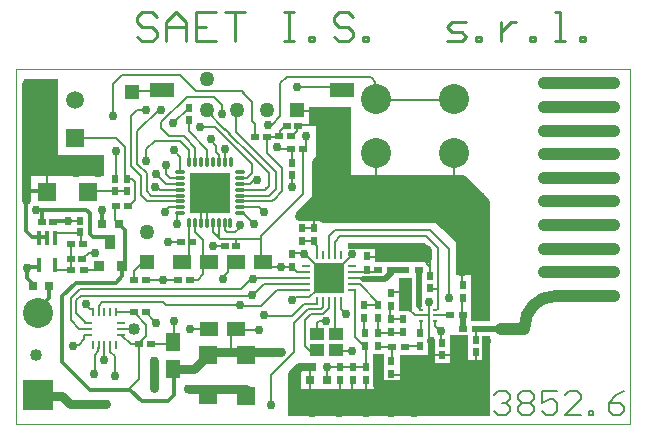
<source format=gtl>
*%FSLAX24Y24*%
*%MOIN*%
G01*
%ADD11C,0.0010*%
%ADD12C,0.0020*%
%ADD13C,0.0039*%
%ADD14C,0.0073*%
%ADD15C,0.0079*%
%ADD16C,0.0100*%
%ADD17O,0.0110X0.0394*%
%ADD18C,0.0118*%
%ADD19C,0.0120*%
%ADD20O,0.0150X0.0434*%
%ADD21C,0.0197*%
%ADD22C,0.0295*%
%ADD23C,0.0295*%
%ADD24C,0.0300*%
%ADD25C,0.0340*%
%ADD26C,0.0350*%
%ADD27C,0.0354*%
%ADD28C,0.0394*%
%ADD29O,0.0394X0.0110*%
%ADD30C,0.0394*%
%ADD31C,0.0394*%
%ADD32C,0.0400*%
%ADD33O,0.0434X0.0150*%
%ADD34C,0.0440*%
%ADD35C,0.0472*%
%ADD36C,0.0500*%
%ADD37C,0.0540*%
%ADD38C,0.0554*%
%ADD39C,0.0591*%
%ADD40C,0.0594*%
%ADD41C,0.0594*%
%ADD42C,0.0600*%
%ADD43C,0.0631*%
%ADD44C,0.0672*%
%ADD45C,0.1000*%
%ADD46C,0.1040*%
%ADD47C,0.1063*%
%ADD48C,0.1263*%
%ADD49R,0.0020X0.0020*%
%ADD50R,0.0059X0.0059*%
%ADD51R,0.0098X0.0315*%
%ADD52R,0.0100X0.0100*%
%ADD53R,0.0110X0.0299*%
%ADD54R,0.0138X0.0500*%
%ADD55R,0.0138X0.0355*%
%ADD56R,0.0150X0.0339*%
%ADD57R,0.0157X0.0079*%
%ADD58R,0.0178X0.0540*%
%ADD59R,0.0197X0.0119*%
%ADD60R,0.0200X0.0200*%
%ADD61R,0.0200X0.0250*%
%ADD62R,0.0200X0.0287*%
%ADD63R,0.0240X0.0290*%
%ADD64R,0.0240X0.0327*%
%ADD65R,0.0250X0.0200*%
%ADD66R,0.0287X0.0200*%
%ADD67R,0.0290X0.0240*%
%ADD68R,0.0299X0.0110*%
%ADD69R,0.0300X0.0300*%
%ADD70R,0.0300X0.0300*%
%ADD71R,0.0315X0.0098*%
%ADD72R,0.0327X0.0240*%
%ADD73R,0.0339X0.0150*%
%ADD74R,0.0340X0.0340*%
%ADD75R,0.0355X0.0138*%
%ADD76R,0.0360X0.0360*%
%ADD77R,0.0360X0.0500*%
%ADD78R,0.0400X0.0400*%
%ADD79R,0.0400X0.0400*%
%ADD80R,0.0400X0.0540*%
%ADD81R,0.0472X0.0433*%
%ADD82R,0.0500X0.0500*%
%ADD83R,0.0500X0.0500*%
%ADD84R,0.0500X0.0600*%
%ADD85R,0.0512X0.0473*%
%ADD86R,0.0540X0.0540*%
%ADD87R,0.0540X0.0640*%
%ADD88R,0.0591X0.0591*%
%ADD89R,0.0600X0.0500*%
%ADD90R,0.0600X0.0600*%
%ADD91R,0.0600X0.0600*%
%ADD92R,0.0631X0.0631*%
%ADD93R,0.0640X0.0540*%
%ADD94R,0.0640X0.0640*%
%ADD95R,0.0700X0.0700*%
%ADD96R,0.0787X0.0472*%
%ADD97R,0.0800X0.0800*%
%ADD98R,0.0827X0.0512*%
%ADD99R,0.0900X0.0900*%
%ADD100R,0.1000X0.1000*%
%ADD101R,0.1000X0.1000*%
%ADD102R,0.1024X0.1024*%
%ADD103R,0.1040X0.1040*%
%ADD104R,0.1100X0.1100*%
%ADD105R,0.1200X0.1200*%
%ADD106R,0.1339X0.1358*%
%ADD107R,0.1400X0.1400*%
%ADD108R,0.1500X0.1500*%
%ADD109R,0.1800X0.1800*%
%ADD110R,0.2200X0.2200*%
%ADD111R,0.2300X0.2300*%
G54D11*
X89781Y74911D02*
X110263D01*
Y86722D01*
X89781D01*
Y74911D01*
X110253D02*
Y86722D01*
X102133D01*
G54D15*
X99072Y78267D02*
Y77293D01*
Y78267D02*
X99269Y78464D01*
X99240Y78435D02*
X99535Y78730D01*
X99535D02*
X99968D01*
X100027Y78789D01*
Y78986D01*
X100223Y78980D02*
Y78773D01*
X100017Y78566D01*
X99810D01*
X99623D01*
X99416Y78360D01*
Y77503D01*
X99702Y77218D01*
X99712Y77503D02*
X99672D01*
X99820Y77966D02*
Y78251D01*
X99899Y78330D01*
X100125D01*
X100420Y77986D02*
Y78930D01*
X100617Y78960D02*
Y78743D01*
X100804Y78556D01*
X101404Y78429D02*
Y77907D01*
X101109Y77799D02*
Y79364D01*
X100972Y79557D02*
X101247D01*
X101867Y78937D01*
X101847Y78871D02*
X101424D01*
X101847Y78448D02*
Y77946D01*
Y77927D02*
X102654D01*
X102684Y78399D02*
X102280D01*
Y78842D01*
X102300Y79295D02*
X102684D01*
X102861Y79117D01*
Y78743D01*
X103088Y78517D01*
X103540D01*
X103777D02*
X104278D01*
X104673Y78494D02*
Y79075D01*
X104673Y79517D02*
Y80256D01*
X104397Y82864D02*
Y83927D01*
X103599Y81362D02*
X104229Y80732D01*
X103599Y81362D02*
X100430D01*
X100223Y81155D01*
Y80545D01*
X100420Y80554D02*
Y80978D01*
X100588Y81145D01*
X101936D01*
X101916D02*
X103501D01*
X103492Y81141D02*
X103866Y80767D01*
Y80708D01*
Y78730D01*
X103777Y78320D02*
Y78153D01*
X103944Y77986D01*
X103964Y77972D02*
Y77618D01*
X103550Y77651D02*
Y77887D01*
Y78025D01*
Y78015D02*
Y78940D01*
X103196Y78812D02*
Y80023D01*
Y78812D02*
X103304Y78704D01*
X103294Y78310D02*
Y77927D01*
X103275Y77484D02*
X102822D01*
X102330Y77454D02*
X101857D01*
X101454Y77484D02*
Y76844D01*
Y76795D02*
X100154D01*
Y76322D01*
X100598Y76348D02*
Y75935D01*
X101011Y75886D02*
Y76338D01*
X101464Y76358D02*
Y75886D01*
X102320Y76539D02*
X102861D01*
X102330Y77021D02*
Y77434D01*
X101404Y77503D02*
X101109Y77799D01*
X100991Y77316D02*
X100440D01*
X99613Y76785D02*
Y76371D01*
X99594Y76338D02*
Y75767D01*
X98304Y75541D02*
Y76525D01*
X99072Y77293D01*
X98984Y78494D02*
X99397Y78907D01*
X99397Y78909D02*
X99810D01*
X99578Y79126D02*
X99783Y79330D01*
X99578Y79126D02*
X99243D01*
X99141D01*
X99031Y79016D01*
X98984Y78494D02*
X98905D01*
X98964D02*
X98029D01*
X97970Y78838D02*
X98492Y79360D01*
X98501Y79370D02*
X99446D01*
X99486Y79567D02*
X98078D01*
X97675Y79163D01*
X97694Y79173D02*
X91966D01*
X91808Y79016D01*
Y78592D01*
X92123Y78277D01*
X92163Y78071D02*
X91897D01*
X91621Y78346D01*
Y79084D01*
X91917Y79380D01*
X97291D01*
X97675Y79764D01*
X97665D02*
X98531D01*
X98580Y79764D02*
X98659D01*
X98619Y79764D02*
X98383D01*
X98600D02*
X99397D01*
X99466Y79964D02*
X99160D01*
X99052Y80072D01*
X99003Y80138D02*
X98186D01*
X97980Y80384D02*
Y81063D01*
X96602D01*
X96612D02*
X96484Y81191D01*
X96562Y81161D02*
Y81555D01*
X96759Y81525D02*
Y81368D01*
X96838Y81289D01*
X97104D01*
X97251Y81437D01*
Y81584D01*
X97360Y81929D02*
X97734Y81555D01*
X97783Y82116D02*
X97891D01*
X98039Y81968D01*
X98049Y81958D01*
X97783Y82116D02*
X97281D01*
X97291Y82313D02*
X98334D01*
X98344D01*
X98442Y82411D01*
X98403Y82372D02*
X98678Y82647D01*
Y83307D01*
Y83228D02*
Y83415D01*
X98157Y83937D01*
Y84035D01*
Y84045D02*
Y84478D01*
X98147D02*
X98570D01*
X98600Y84498D02*
Y84675D01*
X98767Y84842D01*
X99171D02*
Y84665D01*
X99013Y84508D01*
X98984Y84055D02*
X98492D01*
X98157Y84045D02*
Y84025D01*
X97822Y83937D02*
X97123Y84636D01*
Y85374D01*
X96651Y85206D02*
Y85561D01*
X96641Y85571D01*
X96405Y85807D01*
X96326D01*
X95844D01*
X95804Y85984D02*
X97291D01*
X97320D01*
X97389Y85915D01*
X97369Y85935D02*
X97665Y85640D01*
Y85521D01*
Y85010D01*
X97763Y84911D01*
Y84458D01*
X97724Y84035D02*
X98452Y83307D01*
Y83110D01*
Y83208D02*
Y82736D01*
X98255Y82539D01*
X98285Y82569D02*
X98226Y82510D01*
X97360D01*
X97409D02*
Y82519D01*
X97310Y82706D02*
X98098D01*
X98088D02*
X98216Y82834D01*
X98226Y82844D02*
Y83248D01*
X97547Y83927D01*
X97625Y83848D02*
X96907Y84567D01*
X96917Y84557D02*
X96759Y84714D01*
X96779Y84695D02*
X96119Y85354D01*
X95549Y85443D02*
X95027Y84921D01*
X94643Y84951D02*
X95499Y85807D01*
X96395D01*
X95804Y85984D02*
X95332Y86456D01*
X95273Y86516D01*
X93314D01*
X93039Y86240D01*
Y85138D01*
X93629Y85167D02*
X93836Y85374D01*
X94161D01*
X94584Y85384D02*
X93846Y84645D01*
Y84055D01*
Y84114D02*
Y83563D01*
X94151Y83258D01*
Y83090D01*
Y83208D02*
Y82657D01*
X94299Y82510D01*
X94988D01*
X94909D02*
X95263D01*
Y82706D02*
X94604D01*
X94486Y82825D01*
X94791Y82903D02*
X95175D01*
X95204Y83100D02*
X94938D01*
X94810Y83228D01*
Y83563D01*
X94476Y83218D02*
X94791Y82903D01*
X93964Y83149D02*
Y82618D01*
Y82657D02*
Y82529D01*
X94180Y82313D01*
X94948D01*
X94830D02*
X95204D01*
X95243Y82116D02*
X94909D01*
X94751Y81958D01*
X95175Y81909D02*
Y81545D01*
X95578D02*
Y80403D01*
X95598Y79704D02*
X95854D01*
X96031Y79882D01*
Y81043D01*
X95775Y81299D01*
Y81535D01*
X95972Y81614D02*
Y82047D01*
X96169Y82106D02*
Y81604D01*
X96366D02*
Y81309D01*
X96543Y81132D01*
X96562Y81122D02*
Y81269D01*
X96385Y80836D02*
X96769D01*
X97143Y80827D02*
Y81053D01*
X97980Y80964D02*
Y81161D01*
X99367Y82549D01*
Y82795D01*
Y82746D02*
Y84075D01*
X99456Y84055D02*
Y84429D01*
X99180Y84852D02*
X99988D01*
X99673Y85344D02*
X99092D01*
X98610Y85147D02*
Y85827D01*
Y85669D02*
Y86250D01*
X98826Y86466D01*
X98944D01*
X98866D02*
X99367D01*
X99249D02*
X101612D01*
X101661Y86417D01*
X101769Y86309D01*
Y85817D01*
Y85689D02*
X104397D01*
X106941Y78974D02*
X107161Y78754D01*
X105125Y78090D02*
Y77697D01*
X105135Y77303D02*
Y76830D01*
X104377Y77195D02*
X103728D01*
X104229Y79088D02*
Y80584D01*
Y80732D01*
X103600Y80708D02*
Y80433D01*
X103610Y80453D02*
Y79852D01*
Y80138D02*
X103364Y80384D01*
X103344Y80502D02*
X103590Y80256D01*
X103580Y80374D02*
X103373Y80580D01*
X103383Y80679D02*
X103610Y80453D01*
X103590Y80551D02*
X103423Y80718D01*
X103383Y80827D02*
X103580Y80630D01*
X103600Y80708D02*
X103432Y80876D01*
X103610Y79409D02*
X103846D01*
X102379Y80003D02*
X102133Y79757D01*
X101040D01*
Y79974D02*
X101877D01*
X101936Y80476D02*
X101483D01*
X102320Y80023D02*
X102773D01*
X100981Y80515D02*
X100607Y80141D01*
X99771Y80224D02*
X99389Y80606D01*
X99406Y80584D02*
X98964D01*
X99308Y80997D02*
X99731D01*
X99702Y80948D02*
X99830Y80820D01*
Y80751D01*
Y80545D01*
X99751Y81440D02*
X99338D01*
X99732Y81427D02*
Y81939D01*
X98993Y83612D02*
Y84035D01*
X99003Y83199D02*
Y82785D01*
X98226Y82844D02*
X98108Y82726D01*
X97812Y83130D02*
X97586Y82903D01*
X97330D01*
X97389Y83100D02*
X97507D01*
X97655Y83248D01*
Y83366D01*
Y83563D01*
X97261Y83956D01*
X97271Y83947D02*
X96425Y84793D01*
X96277D01*
X96356D02*
X95952D01*
X95549Y84655D02*
Y85029D01*
Y84655D02*
X96169Y84035D01*
Y83750D01*
X96562Y83720D02*
Y83858D01*
Y83868D02*
X96464Y83966D01*
Y84173D01*
X96257Y84380D01*
X95775Y84094D02*
Y84065D01*
Y83671D01*
X95578Y83622D02*
Y84025D01*
X95263Y84340D01*
X95066D01*
X94417D01*
X94131Y84055D01*
Y83671D01*
X93629Y83484D02*
Y84045D01*
Y83996D02*
Y85167D01*
X93659Y85984D02*
X94456D01*
X94643Y84951D02*
Y84754D01*
X94889Y84508D01*
X95362D01*
X95381Y84488D01*
X95421Y84449D01*
Y84449D02*
X95775Y84094D01*
X95263Y83809D02*
X95047Y84025D01*
X95263Y83809D02*
Y83307D01*
X93964Y83149D02*
X93629Y83484D01*
X93659Y83071D02*
X93767Y82962D01*
Y82962D02*
Y82372D01*
X93590Y82195D01*
X93108Y82126D02*
Y81703D01*
X92419Y77195D02*
Y76535D01*
Y77195D02*
X92537Y77313D01*
Y77451D01*
X92743Y77529D02*
Y77037D01*
X92940Y77293D02*
Y77441D01*
Y77293D02*
X93088Y77145D01*
Y76427D01*
X93885Y76388D02*
Y77234D01*
Y77185D02*
Y77559D01*
X93836Y77549D02*
X93619D01*
X93295Y77874D01*
X93275Y78071D02*
X93649D01*
X94141Y78208D02*
X93767Y78582D01*
X93728Y78622D02*
X93137D01*
X92547Y78651D02*
Y78829D01*
X92665Y78947D01*
X94702D01*
X94801Y78848D01*
X94850D01*
X94840D02*
X95617D01*
X95549D02*
X97261D01*
X97232Y78838D02*
X97970D01*
X97911Y78041D02*
X97173D01*
X96966D02*
Y77303D01*
X96169Y78071D02*
X95588D01*
X95047Y78415D02*
Y77628D01*
X94958Y77569D02*
X94387D01*
X94141Y77844D02*
Y78208D01*
Y77844D02*
X93905Y77608D01*
X93885Y76388D02*
X93531Y76033D01*
X96867Y79951D02*
Y80118D01*
Y79951D02*
X96671Y79754D01*
X95184Y79704D02*
X94682D01*
X94131D01*
X93728Y79724D02*
Y80000D01*
X93984Y80256D01*
X94190D01*
X94909Y80954D02*
X95283D01*
X91927Y81653D02*
X91533D01*
X91917Y81260D02*
X91080D01*
X90844Y82598D02*
Y83750D01*
X92202Y82677D02*
X93492D01*
X93511Y83071D02*
X93659D01*
X93442D02*
Y84104D01*
X93432Y84114D01*
X93117Y84429D01*
X91730D01*
X93127Y83996D02*
Y83100D01*
X91966Y81240D02*
Y80886D01*
X91621Y80935D02*
Y80039D01*
X91651D02*
X91100D01*
X92114Y78888D02*
X92261Y78740D01*
X92350D01*
X92074Y77864D02*
Y77726D01*
X91887Y77539D01*
X91730D01*
X92094Y80029D02*
X92556D01*
X92458Y80610D02*
X92222D01*
X92045Y80433D01*
X94121Y78612D02*
X94446Y78287D01*
X96759Y83651D02*
Y84065D01*
X98177Y84872D02*
X98334D01*
X98610Y85147D01*
X99151Y86132D02*
X100490D01*
X101799Y83927D02*
Y82785D01*
X105877Y75994D02*
X105745Y75862D01*
X105877Y75994D02*
X106139D01*
X106270Y75862D01*
Y75731D01*
X106271D01*
X106270D02*
X106271D01*
X106270D02*
X106271D01*
X106270D02*
X106139Y75600D01*
X106008D01*
X106139D01*
X106270Y75469D01*
Y75338D01*
X106139Y75206D01*
X105877D01*
X105745Y75338D01*
X106533Y75862D02*
X106664Y75994D01*
X106926D01*
X107057Y75862D01*
Y75731D01*
X106926Y75600D01*
X107057Y75469D01*
Y75338D01*
X106926Y75206D01*
X106664D01*
X106533Y75338D01*
Y75469D01*
X106664Y75600D01*
X106533Y75731D01*
Y75862D01*
X106664Y75600D02*
X106926D01*
X107320Y75994D02*
X107844D01*
X107320D02*
Y75600D01*
X107582Y75731D01*
X107713D01*
X107844Y75600D01*
Y75338D01*
X107713Y75206D01*
X107451D01*
X107320Y75338D01*
X108107Y75206D02*
X108632D01*
X108107D02*
X108632Y75731D01*
Y75862D01*
X108500Y75994D01*
X108238D01*
X108107Y75862D01*
X108894Y75338D02*
Y75206D01*
Y75338D02*
X109025D01*
Y75206D01*
X108894D01*
X109812Y75862D02*
X110075Y75994D01*
X109812Y75862D02*
X109550Y75600D01*
Y75338D01*
X109681Y75206D01*
X109944D01*
X110075Y75338D01*
Y75469D01*
X109944Y75600D01*
X109550D01*
G54D16*
X94482Y88467D02*
X94318Y88631D01*
X93990D01*
X93826Y88467D01*
Y88303D01*
X93990Y88139D01*
X94318D01*
X94482Y87975D01*
Y87811D01*
X94318Y87647D01*
X93990D01*
X93826Y87811D01*
X94810Y87647D02*
Y88303D01*
X95138Y88631D01*
X95466Y88303D01*
Y87647D01*
Y88139D01*
X94810D01*
X95794Y88631D02*
X96450D01*
X95794D02*
Y87647D01*
X96450D01*
X96122Y88139D02*
X95794D01*
X96778Y88631D02*
X97434D01*
X97106D01*
Y87647D01*
X98746Y88631D02*
X99074D01*
X98910D01*
Y87647D01*
X98746D01*
X99074D01*
X99566D02*
Y87811D01*
X99730D01*
Y87647D01*
X99566D01*
X100878Y88631D02*
X101042Y88467D01*
X100878Y88631D02*
X100550D01*
X100386Y88467D01*
Y88303D01*
X100550Y88139D01*
X100878D01*
X101042Y87975D01*
Y87811D01*
X100878Y87647D01*
X100550D01*
X100386Y87811D01*
X101370D02*
Y87647D01*
Y87811D02*
X101534D01*
Y87647D01*
X101370D01*
X104157D02*
X104649D01*
X104813Y87811D01*
X104649Y87975D01*
X104321D01*
X104157Y88139D01*
X104321Y88303D01*
X104813D01*
X105141Y87811D02*
Y87647D01*
Y87811D02*
X105305D01*
Y87647D01*
X105141D01*
X105961D02*
Y88303D01*
Y87975D02*
Y87647D01*
Y87975D02*
X106125Y88139D01*
X106289Y88303D01*
X106453D01*
X106945Y87811D02*
Y87647D01*
Y87811D02*
X107109D01*
Y87647D01*
X106945D01*
X107765D02*
X108093D01*
X107929D01*
Y88631D01*
X107765D01*
X108585Y87811D02*
Y87647D01*
Y87811D02*
X108749D01*
Y87647D01*
X108585D01*
G54D17*
X95578Y83612D02*
D03*
X95775D02*
D03*
X95972D02*
D03*
X96169D02*
D03*
X96366D02*
D03*
X96562D02*
D03*
X96759D02*
D03*
X96956D02*
D03*
X95578Y81604D02*
D03*
X95775D02*
D03*
X95972D02*
D03*
X96169D02*
D03*
X96366D02*
D03*
X96562D02*
D03*
X96759D02*
D03*
X96940Y81591D02*
D03*
G54D18*
X93600Y76033D02*
X92261D01*
X93600D02*
X93984Y75649D01*
X94860D01*
X95056Y75846D01*
Y76693D01*
X93364Y81427D02*
X93147Y81643D01*
X93364Y81427D02*
X93432Y81358D01*
Y80167D01*
X93324Y80147D02*
Y79813D01*
X93117Y79606D01*
X92783D01*
X92822D02*
X91799D01*
X91789D02*
X91336Y79153D01*
Y78641D01*
Y78671D02*
Y77500D01*
Y77677D02*
Y76958D01*
X91887Y76407D01*
X91907Y76388D01*
X91808Y76486D02*
X92261Y76033D01*
X92350Y81141D02*
X92842D01*
X92350D02*
X92251Y81240D01*
Y81919D01*
X92143Y82027D01*
X90588D01*
X90657Y82017D02*
Y81663D01*
X91021Y81653D02*
X91592D01*
X90824Y81122D02*
X90342D01*
X90125Y81338D01*
Y82401D01*
X90135Y82667D02*
X90775D01*
X92665Y82037D02*
Y81584D01*
X90549Y80118D02*
X90234D01*
X90155Y80098D02*
Y79764D01*
X90322Y79596D01*
X90903Y79488D02*
Y79222D01*
Y79104D01*
X90499Y78701D01*
G54D21*
X103216Y78838D02*
Y79980D01*
X105145Y78071D02*
X106070D01*
X104692Y78110D02*
Y78523D01*
X102793Y80019D02*
X102409D01*
X102320Y79970D02*
X102094Y79744D01*
X101356D01*
G54D22*
X91316Y75836D02*
X90549D01*
X91316D02*
X91602Y75551D01*
X92428D01*
X92163D02*
X92812D01*
X95165Y76742D02*
X95736D01*
X96119Y77126D01*
X96129Y77293D02*
X98629D01*
X103708Y81903D02*
X104751Y80860D01*
X105253Y80974D02*
X104318Y81909D01*
X104594Y81407D02*
X105096Y80905D01*
X104643Y81342D02*
X104229Y81755D01*
X104427Y82077D02*
X105401Y81102D01*
X105440Y80846D02*
Y81525D01*
Y82293D01*
X104673Y83061D01*
X104269D01*
X104427Y82972D02*
X105283Y82116D01*
X105293Y81860D02*
X104338Y82815D01*
X104417Y82411D02*
X105293Y81535D01*
X102724Y76112D02*
X101848D01*
X99121Y75797D02*
Y76653D01*
X99003Y76565D02*
X99240Y76801D01*
X99003Y76565D02*
Y75925D01*
X103501Y80689D02*
X103413Y80777D01*
X103501Y80689D02*
Y80433D01*
X99830Y81929D02*
X99466D01*
X99279Y81899D02*
X99810Y82431D01*
X99781Y82421D02*
Y83632D01*
X100175Y84025D01*
X94397Y77008D02*
Y76082D01*
X95549Y76073D02*
X97458D01*
X101572Y82175D02*
X102369D01*
X100637Y82067D02*
X99850D01*
X99742Y82047D02*
X100037Y81752D01*
X100736D01*
X100391Y81840D02*
X99997D01*
X99220D01*
X99279Y81899D01*
X99682Y82185D02*
X100381D01*
G54D23*
X90125Y82362D02*
Y86220D01*
G54D24*
X92428Y75551D02*
D03*
X92803D02*
D03*
X93088Y76486D02*
D03*
X92409Y76565D02*
D03*
X92743Y77037D02*
D03*
X91690Y77510D02*
D03*
X92114Y78907D02*
D03*
X92419Y80610D02*
D03*
X92665Y82017D02*
D03*
X92527Y83248D02*
D03*
X91799Y83258D02*
D03*
X90204Y83494D02*
D03*
X90125Y82382D02*
D03*
X90480Y82017D02*
D03*
X91533Y81663D02*
D03*
X90165Y80088D02*
D03*
X94702Y79704D02*
D03*
X94879Y80945D02*
D03*
X95175Y81545D02*
D03*
X94751Y81949D02*
D03*
X94446Y82805D02*
D03*
X94476Y83218D02*
D03*
X94781Y83543D02*
D03*
X95047Y84025D02*
D03*
X95037Y84921D02*
D03*
X94633Y85364D02*
D03*
X94131Y85374D02*
D03*
X93039Y85157D02*
D03*
X93127Y83996D02*
D03*
X94141Y83671D02*
D03*
X96287Y84409D02*
D03*
X95923Y84793D02*
D03*
X96661Y85216D02*
D03*
X96356Y80836D02*
D03*
X96690Y79734D02*
D03*
X95598Y78071D02*
D03*
X95047Y78327D02*
D03*
X94476Y78277D02*
D03*
X94397Y76998D02*
D03*
Y76082D02*
D03*
X95539Y76073D02*
D03*
X90224Y85069D02*
D03*
Y86201D02*
D03*
X96759Y84055D02*
D03*
X98501Y84114D02*
D03*
X98206Y84862D02*
D03*
X99466Y84488D02*
D03*
X99988Y84045D02*
D03*
X100804Y84075D02*
D03*
X100322Y83425D02*
D03*
X100696Y82815D02*
D03*
Y82027D02*
D03*
X100214Y81752D02*
D03*
X100086Y82342D02*
D03*
X99810Y82815D02*
D03*
X99003Y82785D02*
D03*
X99318Y81870D02*
D03*
X98049Y81958D02*
D03*
X97734Y81545D02*
D03*
X97251Y81535D02*
D03*
X97822Y83031D02*
D03*
X97704Y79724D02*
D03*
X97665Y79183D02*
D03*
X97251Y78858D02*
D03*
X98058Y78523D02*
D03*
X97911Y78041D02*
D03*
X98304Y77303D02*
D03*
X98629Y77293D02*
D03*
X99121Y76673D02*
D03*
X99003Y76240D02*
D03*
X99603Y76785D02*
D03*
X100174D02*
D03*
X100991Y77316D02*
D03*
X101857Y77070D02*
D03*
Y76352D02*
D03*
X102793Y76496D02*
D03*
X102773Y77037D02*
D03*
X103482Y76919D02*
D03*
X103482Y76240D02*
D03*
X104131Y76575D02*
D03*
X104190Y75964D02*
D03*
X104712Y76004D02*
D03*
X105135Y76260D02*
D03*
X105125Y76899D02*
D03*
X105460Y77165D02*
D03*
X105490Y77647D02*
D03*
X104614Y77667D02*
D03*
X104545Y76949D02*
D03*
X105480Y76614D02*
D03*
X105106Y78464D02*
D03*
X105440Y78917D02*
D03*
X105342Y79517D02*
D03*
X105214Y80098D02*
D03*
X104673Y79970D02*
D03*
X104712Y80417D02*
D03*
Y81204D02*
D03*
X104308Y81525D02*
D03*
X104633Y82027D02*
D03*
Y82815D02*
D03*
X103846D02*
D03*
X103058D02*
D03*
Y82027D02*
D03*
X103846D02*
D03*
X102271D02*
D03*
Y82815D02*
D03*
X101484D02*
D03*
Y82027D02*
D03*
X101916Y80505D02*
D03*
X102596Y80541D02*
D03*
X103413Y80531D02*
D03*
X103560Y78976D02*
D03*
X102851Y78921D02*
D03*
X102684Y79295D02*
D03*
X104229Y79088D02*
D03*
X103964Y77986D02*
D03*
X103639Y77671D02*
D03*
X100794Y78556D02*
D03*
X100125Y78330D02*
D03*
X98984Y79035D02*
D03*
X98629Y80138D02*
D03*
X99397Y80564D02*
D03*
X100991Y80545D02*
D03*
X105342Y80856D02*
D03*
Y81663D02*
D03*
X105293Y82460D02*
D03*
X107383Y82315D02*
D03*
Y81528D02*
D03*
X107412Y81515D02*
D03*
X107383Y80740D02*
D03*
Y79953D02*
D03*
X109745D02*
D03*
Y80740D02*
D03*
Y81528D02*
D03*
Y82315D02*
D03*
Y83102D02*
D03*
Y83890D02*
D03*
Y84677D02*
D03*
Y85465D02*
D03*
Y86252D02*
D03*
X107383D02*
D03*
Y85465D02*
D03*
Y84677D02*
D03*
Y83890D02*
D03*
Y83102D02*
D03*
X109745Y79165D02*
D03*
X96838Y76073D02*
D03*
X99151Y86132D02*
D03*
X99269Y75748D02*
D03*
X99003Y75285D02*
D03*
X99663Y75275D02*
D03*
X100558D02*
D03*
X100991Y75728D02*
D03*
X101877D02*
D03*
X102301Y75275D02*
D03*
X103068Y75246D02*
D03*
X102763Y75728D02*
D03*
X103511Y75669D02*
D03*
X104023Y75295D02*
D03*
X104860D02*
D03*
X105401Y75679D02*
D03*
X101464Y75246D02*
D03*
X100106Y75728D02*
D03*
X98304Y75541D02*
D03*
X96661Y83002D02*
D03*
Y82608D02*
D03*
Y82214D02*
D03*
X95873Y83002D02*
D03*
X96267D02*
D03*
Y82608D02*
D03*
X95873D02*
D03*
Y82214D02*
D03*
X96267D02*
D03*
G54D29*
X95262Y83297D02*
D03*
X97271Y82116D02*
D03*
Y81919D02*
D03*
X95262Y83100D02*
D03*
Y82903D02*
D03*
Y82706D02*
D03*
Y82510D02*
D03*
Y82313D02*
D03*
Y82116D02*
D03*
Y81919D02*
D03*
X97271Y83297D02*
D03*
Y83100D02*
D03*
Y82903D02*
D03*
Y82706D02*
D03*
Y82510D02*
D03*
Y82313D02*
D03*
G54D31*
X107383Y85465D02*
X109745D01*
Y86252D02*
X107383D01*
Y84677D02*
X109745D01*
Y83890D02*
X107383D01*
Y83102D02*
X109745D01*
Y82315D02*
X107383D01*
Y81528D02*
X109745D01*
Y80740D02*
X107383D01*
X107383Y79953D02*
X109745D01*
X109745Y79165D02*
X107777D01*
X106740Y78071D02*
X105952D01*
X106751Y78143D02*
G75*
G02*X107771Y79163I1020D01*
G54D32*
G74*
X93738Y78061D02*
D03*
X90460Y77204D02*
D03*
G54D36*
X96169Y86388D02*
D03*
X94180Y81285D02*
D03*
X96151Y85374D02*
D03*
X97151D02*
D03*
X98151D02*
D03*
G54D39*
X91749Y85708D02*
D03*
G54D45*
X104397Y83917D02*
D03*
X101797Y85717D02*
D03*
Y83917D02*
D03*
X104397Y85717D02*
D03*
X90539Y78582D02*
D03*
G54D49*
X101710Y76122D02*
X102566D01*
G54D50*
X104358Y77254D02*
Y77657D01*
G54D51*
X93137Y78622D02*
D03*
Y77519D02*
D03*
X92940D02*
D03*
X92743D02*
D03*
X92547D02*
D03*
X92350D02*
D03*
Y78622D02*
D03*
X92547D02*
D03*
X92743D02*
D03*
X92940D02*
D03*
G54D52*
X105490Y75197D02*
X105548D01*
Y77784D01*
X105490D01*
Y75197D01*
X105372Y77077D02*
X105400D01*
Y77784D01*
X105372D01*
Y77077D01*
X100923Y80791D02*
X101728D01*
Y80869D01*
X100923D01*
Y80791D01*
X101003Y80830D02*
X101648D01*
G54D53*
X100617Y78999D02*
D03*
X100420D02*
D03*
X100223D02*
D03*
X100027D02*
D03*
X99830D02*
D03*
X100617Y80535D02*
D03*
X100420D02*
D03*
X100223D02*
D03*
X100027D02*
D03*
X99830D02*
D03*
G54D54*
X91090Y80187D02*
D03*
X90578Y81082D02*
D03*
X90834D02*
D03*
X91090D02*
D03*
X90578Y80187D02*
D03*
G54D57*
X103304Y78704D02*
D03*
Y78515D02*
D03*
Y78326D02*
D03*
X103777Y78704D02*
D03*
Y78515D02*
D03*
Y78326D02*
D03*
G54D60*
X99389Y76763D02*
X99691D01*
Y76839D01*
X99389D01*
Y76763D01*
X103621Y76990D02*
X103657D01*
Y77626D01*
X103621D01*
Y76990D01*
X101800Y76225D02*
X102505D01*
Y76252D01*
X101800D01*
Y76225D01*
G54D61*
X103984Y77598D02*
D03*
Y77198D02*
D03*
X105135Y77293D02*
D03*
Y77693D02*
D03*
X104682Y79084D02*
D03*
Y79529D02*
D03*
X103600Y79823D02*
D03*
Y79423D02*
D03*
X101483Y80486D02*
D03*
Y80041D02*
D03*
X101404Y78429D02*
D03*
Y78873D02*
D03*
X101847Y78429D02*
D03*
Y78873D02*
D03*
X102300Y79267D02*
D03*
Y78822D02*
D03*
X103275Y77927D02*
D03*
Y77482D02*
D03*
X102684Y77956D02*
D03*
Y78401D02*
D03*
X102290Y77946D02*
D03*
Y78391D02*
D03*
X102310Y77001D02*
D03*
Y76556D02*
D03*
X101847Y77484D02*
D03*
Y77929D02*
D03*
X101424Y77484D02*
D03*
Y77929D02*
D03*
X101454Y76350D02*
D03*
Y76795D02*
D03*
X101021Y76350D02*
D03*
Y76795D02*
D03*
X100597D02*
D03*
Y76350D02*
D03*
X99003Y80556D02*
D03*
Y80112D02*
D03*
X99721Y81442D02*
D03*
Y80997D02*
D03*
X99318Y81442D02*
D03*
Y80997D02*
D03*
X99003Y83208D02*
D03*
Y83608D02*
D03*
X95558Y85039D02*
D03*
Y85439D02*
D03*
X93501Y82671D02*
D03*
Y83071D02*
D03*
X93108Y82671D02*
D03*
Y83071D02*
D03*
G54D62*
X91936Y81309D02*
D03*
Y81677D02*
D03*
G54D65*
X105145Y78071D02*
D03*
X104700D02*
D03*
X104692Y78517D02*
D03*
X104247D02*
D03*
X103225Y80013D02*
D03*
X102780D02*
D03*
X102310D02*
D03*
X101865D02*
D03*
X102330Y77474D02*
D03*
X102775D02*
D03*
X94285Y77559D02*
D03*
X93885D02*
D03*
X94118Y78612D02*
D03*
X93718D02*
D03*
X91629Y80029D02*
D03*
X92074D02*
D03*
X94138Y79704D02*
D03*
X93738D02*
D03*
X95584D02*
D03*
X95184D02*
D03*
X99374Y84055D02*
D03*
X98974D02*
D03*
X98970Y84488D02*
D03*
X98570D02*
D03*
X98153Y84478D02*
D03*
X97753D02*
D03*
X93517Y82155D02*
D03*
X93117D02*
D03*
X91621Y80905D02*
D03*
X92021D02*
D03*
G54D66*
X90647Y81643D02*
D03*
X91016D02*
D03*
X95661Y80955D02*
D03*
X95293D02*
D03*
X96775Y80817D02*
D03*
X97143D02*
D03*
X99185Y84842D02*
D03*
X98816D02*
D03*
X91641Y80403D02*
D03*
X92010D02*
D03*
G54D68*
X99456Y80161D02*
D03*
X100991D02*
D03*
Y79964D02*
D03*
Y79767D02*
D03*
Y79570D02*
D03*
Y79373D02*
D03*
X99456Y79964D02*
D03*
Y79767D02*
D03*
Y79570D02*
D03*
Y79373D02*
D03*
G54D69*
X100495Y79767D02*
D03*
X99945D02*
D03*
X100223Y80047D02*
D03*
Y79497D02*
D03*
X99604Y76362D02*
D03*
X100154D02*
D03*
X92665Y81565D02*
D03*
X93215D02*
D03*
X90912Y79508D02*
D03*
X90362D02*
D03*
G54D70*
X101850Y76492D02*
X101914D01*
Y77078D01*
X101850D01*
Y76492D01*
X102736Y77000D02*
X103420D01*
Y77054D01*
X102736D01*
Y77000D01*
X99714Y85012D02*
X99798D01*
Y85312D01*
X99714D01*
Y85012D01*
G54D71*
X93295Y77874D02*
D03*
Y78071D02*
D03*
Y78267D02*
D03*
X92192Y77874D02*
D03*
Y78071D02*
D03*
Y78267D02*
D03*
G54D76*
X92566Y80147D02*
D03*
X93316D02*
D03*
G54D77*
X92946Y80947D02*
D03*
G54D79*
X102747Y78861D02*
X102799D01*
Y79573D01*
X102747D01*
Y78861D01*
X100916Y81808D02*
X101825D01*
Y81870D01*
X100916D01*
Y81808D01*
G54D81*
X99830Y77346D02*
D03*
Y77897D02*
D03*
X100460D02*
D03*
Y77346D02*
D03*
G54D82*
X94180Y80285D02*
D03*
X99151Y85374D02*
D03*
X93659Y85964D02*
D03*
G54D83*
X104529Y76943D02*
X104619D01*
Y77604D01*
X104529D01*
Y76943D01*
X100041Y83203D02*
X100102D01*
Y84573D01*
X100041D01*
Y83203D01*
G54D84*
X95037Y77612D02*
D03*
Y76712D02*
D03*
G54D88*
X91749Y84429D02*
D03*
G54D89*
X96223Y78071D02*
D03*
X97123D02*
D03*
X96232Y80295D02*
D03*
X95332D02*
D03*
X98033Y80285D02*
D03*
X97133D02*
D03*
G54D90*
X97478Y75835D02*
D03*
Y77185D02*
D03*
X96198Y75845D02*
D03*
Y77195D02*
D03*
X92192Y82628D02*
D03*
X90842D02*
D03*
G54D91*
X105268Y78617D02*
X105298D01*
Y79601D01*
X105268D01*
Y78617D01*
X102078Y80589D02*
X103122D01*
Y80619D01*
X102078D01*
Y80589D01*
G54D95*
X90466Y83509D02*
X92384D01*
Y83528D01*
X90466D01*
Y83509D01*
G54D96*
X100647Y86014D02*
D03*
X94647D02*
D03*
G54D97*
X102986Y76453D02*
X103977D01*
Y76539D01*
X102986D01*
Y76453D01*
X100693Y82004D02*
X101330D01*
Y82021D01*
X100693D01*
Y82004D01*
X100565Y83471D02*
X100572D01*
Y83675D01*
X100565D01*
Y83471D01*
G54D99*
X99306Y75597D02*
X104006D01*
Y75613D01*
X99306D01*
Y75597D01*
X100103Y82704D02*
X103947D01*
Y82758D01*
X100103D01*
Y82704D01*
G54D100*
X90539Y75846D02*
D03*
G54D101*
X104877Y75647D02*
X104950D01*
Y76537D01*
X104877D01*
Y75647D01*
X102525Y82108D02*
X103995D01*
Y82180D01*
X102525D01*
Y82108D01*
X100379Y84535D02*
X100472D01*
Y84962D01*
X100379D01*
Y84535D01*
G54D102*
X100223Y79767D02*
D03*
G54D104*
X105006Y80402D02*
X105048D01*
Y80444D01*
X105006D01*
Y80402D01*
X90597Y83867D02*
X90638D01*
Y85857D01*
X90597D01*
Y83867D01*
G54D106*
X96257Y82608D02*
D03*
M02*

</source>
